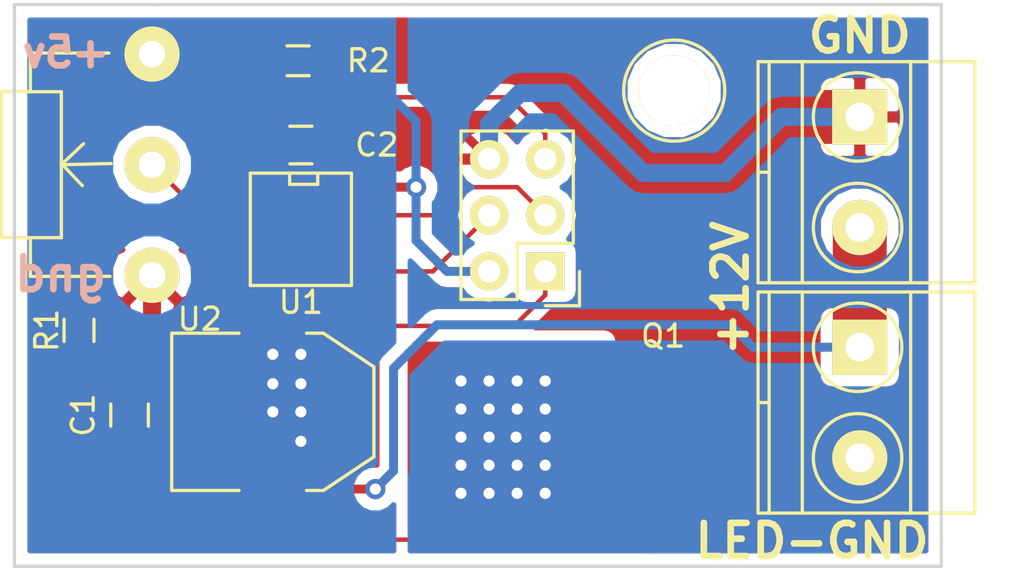
<source format=kicad_pcb>
(kicad_pcb (version 4) (host pcbnew 4.0.1-3.201512161002+6197~38~ubuntu15.10.1-stable)

  (general
    (links 26)
    (no_connects 0)
    (area 177.089999 118.034999 219.150001 143.585001)
    (thickness 1.6)
    (drawings 19)
    (tracks 133)
    (zones 0)
    (modules 12)
    (nets 11)
  )

  (page A4)
  (layers
    (0 F.Cu signal)
    (31 B.Cu signal)
    (32 B.Adhes user)
    (33 F.Adhes user)
    (34 B.Paste user)
    (35 F.Paste user)
    (36 B.SilkS user)
    (37 F.SilkS user)
    (38 B.Mask user)
    (39 F.Mask user)
    (40 Dwgs.User user)
    (41 Cmts.User user)
    (42 Eco1.User user)
    (43 Eco2.User user)
    (44 Edge.Cuts user)
    (45 Margin user)
    (46 B.CrtYd user)
    (47 F.CrtYd user)
    (48 B.Fab user)
    (49 F.Fab user)
  )

  (setup
    (last_trace_width 0.8128)
    (user_trace_width 0.2032)
    (user_trace_width 0.4064)
    (user_trace_width 0.8128)
    (user_trace_width 1.2192)
    (user_trace_width 1.6256)
    (user_trace_width 2.032)
    (user_trace_width 2.4384)
    (trace_clearance 0.2032)
    (zone_clearance 0.508)
    (zone_45_only no)
    (trace_min 0.2032)
    (segment_width 0.2)
    (edge_width 0.15)
    (via_size 0.7366)
    (via_drill 0.3302)
    (via_min_size 0.7366)
    (via_min_drill 0.3302)
    (user_via 0.7366 0.3302)
    (user_via 0.9144 0.508)
    (user_via 1.1684 0.762)
    (user_via 1.4224 1.016)
    (user_via 1.6764 1.27)
    (user_via 1.9304 1.524)
    (uvia_size 0.7366)
    (uvia_drill 0.3302)
    (uvias_allowed no)
    (uvia_min_size 0)
    (uvia_min_drill 0)
    (pcb_text_width 0.3)
    (pcb_text_size 1.5 1.5)
    (mod_edge_width 0.15)
    (mod_text_size 1 1)
    (mod_text_width 0.15)
    (pad_size 3.2 3.2)
    (pad_drill 3.2)
    (pad_to_mask_clearance 0.2)
    (aux_axis_origin 0 0)
    (visible_elements FFFFFFFF)
    (pcbplotparams
      (layerselection 0x010f0_80000001)
      (usegerberextensions true)
      (excludeedgelayer true)
      (linewidth 0.100000)
      (plotframeref false)
      (viasonmask false)
      (mode 1)
      (useauxorigin false)
      (hpglpennumber 1)
      (hpglpenspeed 20)
      (hpglpendiameter 15)
      (hpglpenoverlay 2)
      (psnegative false)
      (psa4output false)
      (plotreference true)
      (plotvalue true)
      (plotinvisibletext false)
      (padsonsilk false)
      (subtractmaskfromsilk false)
      (outputformat 1)
      (mirror false)
      (drillshape 0)
      (scaleselection 1)
      (outputdirectory ../Gerbers/))
  )

  (net 0 "")
  (net 1 +12V)
  (net 2 GND)
  (net 3 +5V)
  (net 4 SCK)
  (net 5 MISO)
  (net 6 MOSI)
  (net 7 "Net-(IC1-Pad3)")
  (net 8 "Net-(IC1-Pad2)")
  (net 9 RST)
  (net 10 "Net-(P1-Pad2)")

  (net_class Default "This is the default net class."
    (clearance 0.2032)
    (trace_width 0.2032)
    (via_dia 0.7366)
    (via_drill 0.3302)
    (uvia_dia 0.7366)
    (uvia_drill 0.3302)
    (add_net +12V)
    (add_net +5V)
    (add_net GND)
    (add_net MISO)
    (add_net MOSI)
    (add_net "Net-(IC1-Pad2)")
    (add_net "Net-(IC1-Pad3)")
    (add_net "Net-(P1-Pad2)")
    (add_net RST)
    (add_net SCK)
  )

  (module Potentiometers:Potentiometer_WirePads (layer F.Cu) (tedit 5675E7BD) (tstamp 5675D636)
    (at 183.388 130.35026 180)
    (descr "Potentiometer, Wire Pads only, RevA, 30 July 2010,")
    (tags "Potentiometer, Wire Pads only, RevA, 30 July 2010,")
    (path /5675CDCE)
    (fp_text reference RV1 (at 2.286 7.92226 180) (layer F.SilkS) hide
      (effects (font (size 1 1) (thickness 0.15)))
    )
    (fp_text value POT (at 3.048 4.93776 270) (layer F.Fab)
      (effects (font (size 1 1) (thickness 0.15)))
    )
    (fp_line (start 5.4991 10.05078) (end 1.95072 10.05078) (layer F.SilkS) (width 0.15))
    (fp_line (start 5.4991 8.30072) (end 5.4991 10.05078) (layer F.SilkS) (width 0.15))
    (fp_line (start 5.4991 1.7018) (end 5.4991 -0.04826) (layer F.SilkS) (width 0.15))
    (fp_line (start 5.4991 -0.04826) (end 1.89992 -0.04826) (layer F.SilkS) (width 0.15))
    (fp_line (start 4.09956 5.00126) (end 1.84912 5.05206) (layer F.SilkS) (width 0.15))
    (fp_line (start 4.09956 5.00126) (end 3.0988 5.95122) (layer F.SilkS) (width 0.15))
    (fp_line (start 4.09956 5.05206) (end 3.1496 4.0513) (layer F.SilkS) (width 0.15))
    (fp_line (start 4.09956 1.7018) (end 6.79958 1.7018) (layer F.SilkS) (width 0.15))
    (fp_line (start 6.79958 1.7018) (end 6.79958 8.30072) (layer F.SilkS) (width 0.15))
    (fp_line (start 6.79958 8.30072) (end 4.09956 8.30072) (layer F.SilkS) (width 0.15))
    (fp_line (start 4.09956 8.30072) (end 4.09956 1.7018) (layer F.SilkS) (width 0.15))
    (pad 2 thru_hole circle (at 0 5.00126 180) (size 2.49936 2.49936) (drill 1.19888) (layers *.Cu *.Mask F.SilkS)
      (net 8 "Net-(IC1-Pad2)"))
    (pad 3 thru_hole circle (at 0 10.00252 180) (size 2.49936 2.49936) (drill 1.19888) (layers *.Cu *.Mask F.SilkS)
      (net 3 +5V))
    (pad 1 thru_hole circle (at 0 0 180) (size 2.49936 2.49936) (drill 1.19888) (layers *.Cu *.Mask F.SilkS)
      (net 2 GND))
  )

  (module SMD_Packages:SOIC-8-N (layer F.Cu) (tedit 5675E8A1) (tstamp 5675C93A)
    (at 190.119 128.27 270)
    (descr "Module Narrow CMS SOJ 8 pins large")
    (tags "CMS SOJ")
    (path /5675C516)
    (attr smd)
    (fp_text reference U1 (at 3.302 0 360) (layer F.SilkS)
      (effects (font (size 1 1) (thickness 0.15)))
    )
    (fp_text value ATTINY85-S (at 0 1.27 270) (layer F.Fab)
      (effects (font (size 1 1) (thickness 0.15)))
    )
    (fp_line (start -2.54 -2.286) (end 2.54 -2.286) (layer F.SilkS) (width 0.15))
    (fp_line (start 2.54 -2.286) (end 2.54 2.286) (layer F.SilkS) (width 0.15))
    (fp_line (start 2.54 2.286) (end -2.54 2.286) (layer F.SilkS) (width 0.15))
    (fp_line (start -2.54 2.286) (end -2.54 -2.286) (layer F.SilkS) (width 0.15))
    (fp_line (start -2.54 -0.762) (end -2.032 -0.762) (layer F.SilkS) (width 0.15))
    (fp_line (start -2.032 -0.762) (end -2.032 0.508) (layer F.SilkS) (width 0.15))
    (fp_line (start -2.032 0.508) (end -2.54 0.508) (layer F.SilkS) (width 0.15))
    (pad 8 smd rect (at -1.905 -3.175 270) (size 0.508 1.143) (layers F.Cu F.Paste F.Mask)
      (net 3 +5V))
    (pad 7 smd rect (at -0.635 -3.175 270) (size 0.508 1.143) (layers F.Cu F.Paste F.Mask)
      (net 4 SCK))
    (pad 6 smd rect (at 0.635 -3.175 270) (size 0.508 1.143) (layers F.Cu F.Paste F.Mask)
      (net 5 MISO))
    (pad 5 smd rect (at 1.905 -3.175 270) (size 0.508 1.143) (layers F.Cu F.Paste F.Mask)
      (net 6 MOSI))
    (pad 4 smd rect (at 1.905 3.175 270) (size 0.508 1.143) (layers F.Cu F.Paste F.Mask)
      (net 2 GND))
    (pad 3 smd rect (at 0.635 3.175 270) (size 0.508 1.143) (layers F.Cu F.Paste F.Mask)
      (net 7 "Net-(IC1-Pad3)"))
    (pad 2 smd rect (at -0.635 3.175 270) (size 0.508 1.143) (layers F.Cu F.Paste F.Mask)
      (net 8 "Net-(IC1-Pad2)"))
    (pad 1 smd rect (at -1.905 3.175 270) (size 0.508 1.143) (layers F.Cu F.Paste F.Mask)
      (net 9 RST))
    (model SMD_Packages.3dshapes/SOIC-8-N.wrl
      (at (xyz 0 0 0))
      (scale (xyz 0.5 0.38 0.5))
      (rotate (xyz 0 0 0))
    )
  )

  (module Capacitors_SMD:C_0805_HandSoldering (layer F.Cu) (tedit 541A9B8D) (tstamp 5675C928)
    (at 182.372 136.672 90)
    (descr "Capacitor SMD 0805, hand soldering")
    (tags "capacitor 0805")
    (path /5675D24C)
    (attr smd)
    (fp_text reference C1 (at 0 -2.1 90) (layer F.SilkS)
      (effects (font (size 1 1) (thickness 0.15)))
    )
    (fp_text value C_Small (at 0 2.1 90) (layer F.Fab)
      (effects (font (size 1 1) (thickness 0.15)))
    )
    (fp_line (start -2.3 -1) (end 2.3 -1) (layer F.CrtYd) (width 0.05))
    (fp_line (start -2.3 1) (end 2.3 1) (layer F.CrtYd) (width 0.05))
    (fp_line (start -2.3 -1) (end -2.3 1) (layer F.CrtYd) (width 0.05))
    (fp_line (start 2.3 -1) (end 2.3 1) (layer F.CrtYd) (width 0.05))
    (fp_line (start 0.5 -0.85) (end -0.5 -0.85) (layer F.SilkS) (width 0.15))
    (fp_line (start -0.5 0.85) (end 0.5 0.85) (layer F.SilkS) (width 0.15))
    (pad 1 smd rect (at -1.25 0 90) (size 1.5 1.25) (layers F.Cu F.Paste F.Mask)
      (net 1 +12V))
    (pad 2 smd rect (at 1.25 0 90) (size 1.5 1.25) (layers F.Cu F.Paste F.Mask)
      (net 2 GND))
    (model Capacitors_SMD.3dshapes/C_0805_HandSoldering.wrl
      (at (xyz 0 0 0))
      (scale (xyz 1 1 1))
      (rotate (xyz 0 0 0))
    )
  )

  (module Capacitors_SMD:C_0805_HandSoldering (layer F.Cu) (tedit 541A9B8D) (tstamp 5675C92E)
    (at 190.119 124.46 180)
    (descr "Capacitor SMD 0805, hand soldering")
    (tags "capacitor 0805")
    (path /5675D2A5)
    (attr smd)
    (fp_text reference C2 (at -3.429 0 180) (layer F.SilkS)
      (effects (font (size 1 1) (thickness 0.15)))
    )
    (fp_text value C_Small (at 0 2.1 180) (layer F.Fab)
      (effects (font (size 1 1) (thickness 0.15)))
    )
    (fp_line (start -2.3 -1) (end 2.3 -1) (layer F.CrtYd) (width 0.05))
    (fp_line (start -2.3 1) (end 2.3 1) (layer F.CrtYd) (width 0.05))
    (fp_line (start -2.3 -1) (end -2.3 1) (layer F.CrtYd) (width 0.05))
    (fp_line (start 2.3 -1) (end 2.3 1) (layer F.CrtYd) (width 0.05))
    (fp_line (start 0.5 -0.85) (end -0.5 -0.85) (layer F.SilkS) (width 0.15))
    (fp_line (start -0.5 0.85) (end 0.5 0.85) (layer F.SilkS) (width 0.15))
    (pad 1 smd rect (at -1.25 0 180) (size 1.5 1.25) (layers F.Cu F.Paste F.Mask)
      (net 3 +5V))
    (pad 2 smd rect (at 1.25 0 180) (size 1.5 1.25) (layers F.Cu F.Paste F.Mask)
      (net 2 GND))
    (model Capacitors_SMD.3dshapes/C_0805_HandSoldering.wrl
      (at (xyz 0 0 0))
      (scale (xyz 1 1 1))
      (rotate (xyz 0 0 0))
    )
  )

  (module Terminal_Blocks:TerminalBlock_Pheonix_MKDS1.5-2pol (layer F.Cu) (tedit 5675E857) (tstamp 5675C940)
    (at 215.392 133.604 270)
    (descr "2-way 5mm pitch terminal block, Phoenix MKDS series")
    (path /5675CB43)
    (fp_text reference P1 (at 2.5 5.842 270) (layer F.SilkS) hide
      (effects (font (size 1 1) (thickness 0.15)))
    )
    (fp_text value CONN_01X02 (at 2.5 -6.6 270) (layer F.Fab)
      (effects (font (size 1 1) (thickness 0.15)))
    )
    (fp_line (start -2.7 -5.4) (end 7.7 -5.4) (layer F.CrtYd) (width 0.05))
    (fp_line (start -2.7 4.8) (end -2.7 -5.4) (layer F.CrtYd) (width 0.05))
    (fp_line (start 7.7 4.8) (end -2.7 4.8) (layer F.CrtYd) (width 0.05))
    (fp_line (start 7.7 -5.4) (end 7.7 4.8) (layer F.CrtYd) (width 0.05))
    (fp_line (start 2.5 4.1) (end 2.5 4.6) (layer F.SilkS) (width 0.15))
    (fp_circle (center 5 0.1) (end 3 0.1) (layer F.SilkS) (width 0.15))
    (fp_circle (center 0 0.1) (end 2 0.1) (layer F.SilkS) (width 0.15))
    (fp_line (start -2.5 2.6) (end 7.5 2.6) (layer F.SilkS) (width 0.15))
    (fp_line (start -2.5 -2.3) (end 7.5 -2.3) (layer F.SilkS) (width 0.15))
    (fp_line (start -2.5 4.1) (end 7.5 4.1) (layer F.SilkS) (width 0.15))
    (fp_line (start -2.5 4.6) (end 7.5 4.6) (layer F.SilkS) (width 0.15))
    (fp_line (start 7.5 4.6) (end 7.5 -5.2) (layer F.SilkS) (width 0.15))
    (fp_line (start 7.5 -5.2) (end -2.5 -5.2) (layer F.SilkS) (width 0.15))
    (fp_line (start -2.5 -5.2) (end -2.5 4.6) (layer F.SilkS) (width 0.15))
    (pad 1 thru_hole rect (at 0 0 270) (size 2.5 2.5) (drill 1.3) (layers *.Cu *.Mask F.SilkS)
      (net 1 +12V))
    (pad 2 thru_hole circle (at 5 0 270) (size 2.5 2.5) (drill 1.3) (layers *.Cu *.Mask F.SilkS)
      (net 10 "Net-(P1-Pad2)"))
    (model Terminal_Blocks.3dshapes/TerminalBlock_Pheonix_MKDS1.5-2pol.wrl
      (at (xyz 0.0984 0 0))
      (scale (xyz 1 1 1))
      (rotate (xyz 0 0 0))
    )
  )

  (module Terminal_Blocks:TerminalBlock_Pheonix_MKDS1.5-2pol (layer F.Cu) (tedit 5675E854) (tstamp 5675C946)
    (at 215.392 123.19 270)
    (descr "2-way 5mm pitch terminal block, Phoenix MKDS series")
    (path /5675CB7D)
    (fp_text reference P2 (at 2.5 5.588 270) (layer F.SilkS) hide
      (effects (font (size 1 1) (thickness 0.15)))
    )
    (fp_text value CONN_01X02 (at 2.5 -6.6 270) (layer F.Fab)
      (effects (font (size 1 1) (thickness 0.15)))
    )
    (fp_line (start -2.7 -5.4) (end 7.7 -5.4) (layer F.CrtYd) (width 0.05))
    (fp_line (start -2.7 4.8) (end -2.7 -5.4) (layer F.CrtYd) (width 0.05))
    (fp_line (start 7.7 4.8) (end -2.7 4.8) (layer F.CrtYd) (width 0.05))
    (fp_line (start 7.7 -5.4) (end 7.7 4.8) (layer F.CrtYd) (width 0.05))
    (fp_line (start 2.5 4.1) (end 2.5 4.6) (layer F.SilkS) (width 0.15))
    (fp_circle (center 5 0.1) (end 3 0.1) (layer F.SilkS) (width 0.15))
    (fp_circle (center 0 0.1) (end 2 0.1) (layer F.SilkS) (width 0.15))
    (fp_line (start -2.5 2.6) (end 7.5 2.6) (layer F.SilkS) (width 0.15))
    (fp_line (start -2.5 -2.3) (end 7.5 -2.3) (layer F.SilkS) (width 0.15))
    (fp_line (start -2.5 4.1) (end 7.5 4.1) (layer F.SilkS) (width 0.15))
    (fp_line (start -2.5 4.6) (end 7.5 4.6) (layer F.SilkS) (width 0.15))
    (fp_line (start 7.5 4.6) (end 7.5 -5.2) (layer F.SilkS) (width 0.15))
    (fp_line (start 7.5 -5.2) (end -2.5 -5.2) (layer F.SilkS) (width 0.15))
    (fp_line (start -2.5 -5.2) (end -2.5 4.6) (layer F.SilkS) (width 0.15))
    (pad 1 thru_hole rect (at 0 0 270) (size 2.5 2.5) (drill 1.3) (layers *.Cu *.Mask F.SilkS)
      (net 2 GND))
    (pad 2 thru_hole circle (at 5 0 270) (size 2.5 2.5) (drill 1.3) (layers *.Cu *.Mask F.SilkS)
      (net 1 +12V))
    (model Terminal_Blocks.3dshapes/TerminalBlock_Pheonix_MKDS1.5-2pol.wrl
      (at (xyz 0.0984 0 0))
      (scale (xyz 1 1 1))
      (rotate (xyz 0 0 0))
    )
  )

  (module Pin_Headers:Pin_Header_Straight_2x03 (layer F.Cu) (tedit 5675E925) (tstamp 5675C950)
    (at 201.168 130.175 180)
    (descr "Through hole pin header")
    (tags "pin header")
    (path /5675D6C4)
    (fp_text reference P3 (at -2.54 2.413 270) (layer F.SilkS) hide
      (effects (font (size 1 1) (thickness 0.15)))
    )
    (fp_text value CONN_02X03 (at 0 -3.1 180) (layer F.Fab)
      (effects (font (size 1 1) (thickness 0.15)))
    )
    (fp_line (start -1.27 1.27) (end -1.27 6.35) (layer F.SilkS) (width 0.15))
    (fp_line (start -1.55 -1.55) (end 0 -1.55) (layer F.SilkS) (width 0.15))
    (fp_line (start -1.75 -1.75) (end -1.75 6.85) (layer F.CrtYd) (width 0.05))
    (fp_line (start 4.3 -1.75) (end 4.3 6.85) (layer F.CrtYd) (width 0.05))
    (fp_line (start -1.75 -1.75) (end 4.3 -1.75) (layer F.CrtYd) (width 0.05))
    (fp_line (start -1.75 6.85) (end 4.3 6.85) (layer F.CrtYd) (width 0.05))
    (fp_line (start 1.27 -1.27) (end 1.27 1.27) (layer F.SilkS) (width 0.15))
    (fp_line (start 1.27 1.27) (end -1.27 1.27) (layer F.SilkS) (width 0.15))
    (fp_line (start -1.27 6.35) (end 3.81 6.35) (layer F.SilkS) (width 0.15))
    (fp_line (start 3.81 6.35) (end 3.81 1.27) (layer F.SilkS) (width 0.15))
    (fp_line (start -1.55 -1.55) (end -1.55 0) (layer F.SilkS) (width 0.15))
    (fp_line (start 3.81 -1.27) (end 1.27 -1.27) (layer F.SilkS) (width 0.15))
    (fp_line (start 3.81 1.27) (end 3.81 -1.27) (layer F.SilkS) (width 0.15))
    (pad 1 thru_hole rect (at 0 0 180) (size 1.7272 1.7272) (drill 1.016) (layers *.Cu *.Mask F.SilkS)
      (net 5 MISO))
    (pad 2 thru_hole oval (at 2.54 0 180) (size 1.7272 1.7272) (drill 1.016) (layers *.Cu *.Mask F.SilkS)
      (net 3 +5V))
    (pad 3 thru_hole oval (at 0 2.54 180) (size 1.7272 1.7272) (drill 1.016) (layers *.Cu *.Mask F.SilkS)
      (net 4 SCK))
    (pad 4 thru_hole oval (at 2.54 2.54 180) (size 1.7272 1.7272) (drill 1.016) (layers *.Cu *.Mask F.SilkS)
      (net 6 MOSI))
    (pad 5 thru_hole oval (at 0 5.08 180) (size 1.7272 1.7272) (drill 1.016) (layers *.Cu *.Mask F.SilkS)
      (net 9 RST))
    (pad 6 thru_hole oval (at 2.54 5.08 180) (size 1.7272 1.7272) (drill 1.016) (layers *.Cu *.Mask F.SilkS)
      (net 2 GND))
    (model Pin_Headers.3dshapes/Pin_Header_Straight_2x03.wrl
      (at (xyz 0.05 -0.1 0))
      (scale (xyz 1 1 1))
      (rotate (xyz 0 0 90))
    )
  )

  (module Resistors_SMD:R_0603_HandSoldering (layer F.Cu) (tedit 5418A00F) (tstamp 5675C95D)
    (at 180.086 132.842 270)
    (descr "Resistor SMD 0603, hand soldering")
    (tags "resistor 0603")
    (path /5675D58A)
    (attr smd)
    (fp_text reference R1 (at 0 1.4605 450) (layer F.SilkS)
      (effects (font (size 1 1) (thickness 0.15)))
    )
    (fp_text value 1k (at 0.3175 2.0955 270) (layer F.Fab)
      (effects (font (size 1 1) (thickness 0.15)))
    )
    (fp_line (start -2 -0.8) (end 2 -0.8) (layer F.CrtYd) (width 0.05))
    (fp_line (start -2 0.8) (end 2 0.8) (layer F.CrtYd) (width 0.05))
    (fp_line (start -2 -0.8) (end -2 0.8) (layer F.CrtYd) (width 0.05))
    (fp_line (start 2 -0.8) (end 2 0.8) (layer F.CrtYd) (width 0.05))
    (fp_line (start 0.5 0.675) (end -0.5 0.675) (layer F.SilkS) (width 0.15))
    (fp_line (start -0.5 -0.675) (end 0.5 -0.675) (layer F.SilkS) (width 0.15))
    (pad 1 smd rect (at -1.1 0 270) (size 1.2 0.9) (layers F.Cu F.Paste F.Mask)
      (net 7 "Net-(IC1-Pad3)"))
    (pad 2 smd rect (at 1.1 0 270) (size 1.2 0.9) (layers F.Cu F.Paste F.Mask)
      (net 2 GND))
    (model Resistors_SMD.3dshapes/R_0603_HandSoldering.wrl
      (at (xyz 0 0 0))
      (scale (xyz 1 1 1))
      (rotate (xyz 0 0 0))
    )
  )

  (module Resistors_SMD:R_0603_HandSoldering (layer F.Cu) (tedit 5418A00F) (tstamp 5675C963)
    (at 189.992 120.65 180)
    (descr "Resistor SMD 0603, hand soldering")
    (tags "resistor 0603")
    (path /5675DCBA)
    (attr smd)
    (fp_text reference R2 (at -3.175 0 180) (layer F.SilkS)
      (effects (font (size 1 1) (thickness 0.15)))
    )
    (fp_text value 1k (at 0 1.9 180) (layer F.Fab)
      (effects (font (size 1 1) (thickness 0.15)))
    )
    (fp_line (start -2 -0.8) (end 2 -0.8) (layer F.CrtYd) (width 0.05))
    (fp_line (start -2 0.8) (end 2 0.8) (layer F.CrtYd) (width 0.05))
    (fp_line (start -2 -0.8) (end -2 0.8) (layer F.CrtYd) (width 0.05))
    (fp_line (start 2 -0.8) (end 2 0.8) (layer F.CrtYd) (width 0.05))
    (fp_line (start 0.5 0.675) (end -0.5 0.675) (layer F.SilkS) (width 0.15))
    (fp_line (start -0.5 -0.675) (end 0.5 -0.675) (layer F.SilkS) (width 0.15))
    (pad 1 smd rect (at -1.1 0 180) (size 1.2 0.9) (layers F.Cu F.Paste F.Mask)
      (net 9 RST))
    (pad 2 smd rect (at 1.1 0 180) (size 1.2 0.9) (layers F.Cu F.Paste F.Mask)
      (net 3 +5V))
    (model Resistors_SMD.3dshapes/R_0603_HandSoldering.wrl
      (at (xyz 0 0 0))
      (scale (xyz 1 1 1))
      (rotate (xyz 0 0 0))
    )
  )

  (module Diodes_SMD:D-Pak_TO252AA (layer F.Cu) (tedit 552FE2A5) (tstamp 5675CA31)
    (at 202.184 137.668 90)
    (descr "D-Pak, TO252AA, Diode")
    (tags "D-Pak TO252AA Diode")
    (path /5675F6E7)
    (attr smd)
    (fp_text reference Q1 (at 4.572 4.318 180) (layer F.SilkS)
      (effects (font (size 1 1) (thickness 0.15)))
    )
    (fp_text value Q_NMOS_GDSD (at 0 8.1 90) (layer F.Fab)
      (effects (font (size 1 1) (thickness 0.15)))
    )
    (fp_line (start -3.65 -5.95) (end 3.65 -5.95) (layer F.CrtYd) (width 0.05))
    (fp_line (start 3.65 -5.95) (end 3.65 5.95) (layer F.CrtYd) (width 0.05))
    (fp_line (start 3.65 5.95) (end -3.65 5.95) (layer F.CrtYd) (width 0.05))
    (fp_line (start -3.65 5.95) (end -3.65 -5.95) (layer F.CrtYd) (width 0.05))
    (pad 3 smd rect (at 2.18 4.3 90) (size 1.55 2.78) (layers F.Cu F.Paste F.Mask)
      (net 2 GND))
    (pad 4 smd rect (at 0 -2.335 90) (size 6.74 6.73) (layers F.Cu F.Paste F.Mask)
      (net 10 "Net-(P1-Pad2)"))
    (pad 1 smd rect (at -2.18 4.3 90) (size 1.55 2.78) (layers F.Cu F.Paste F.Mask)
      (net 7 "Net-(IC1-Pad3)"))
    (model Diodes_SMD.3dshapes/D-Pak_TO252AA.wrl
      (at (xyz 0 0 0))
      (scale (xyz 0.3937 0.3937 0.3937))
      (rotate (xyz 0 0 0))
    )
  )

  (module TO_SOT_Packages_SMD:SOT-223 (layer F.Cu) (tedit 5675E8A8) (tstamp 5675D861)
    (at 188.849 136.525 270)
    (descr "module CMS SOT223 4 pins")
    (tags "CMS SOT")
    (path /567604B5)
    (attr smd)
    (fp_text reference U2 (at -4.191 3.302 360) (layer F.SilkS)
      (effects (font (size 1 1) (thickness 0.15)))
    )
    (fp_text value AP1117D50 (at 0 0.762 270) (layer F.Fab)
      (effects (font (size 1 1) (thickness 0.15)))
    )
    (fp_line (start -3.556 1.524) (end -3.556 4.572) (layer F.SilkS) (width 0.15))
    (fp_line (start -3.556 4.572) (end 3.556 4.572) (layer F.SilkS) (width 0.15))
    (fp_line (start 3.556 4.572) (end 3.556 1.524) (layer F.SilkS) (width 0.15))
    (fp_line (start -3.556 -1.524) (end -3.556 -2.286) (layer F.SilkS) (width 0.15))
    (fp_line (start -3.556 -2.286) (end -2.032 -4.572) (layer F.SilkS) (width 0.15))
    (fp_line (start -2.032 -4.572) (end 2.032 -4.572) (layer F.SilkS) (width 0.15))
    (fp_line (start 2.032 -4.572) (end 3.556 -2.286) (layer F.SilkS) (width 0.15))
    (fp_line (start 3.556 -2.286) (end 3.556 -1.524) (layer F.SilkS) (width 0.15))
    (pad 4 smd rect (at 0 -3.302 270) (size 3.6576 2.032) (layers F.Cu F.Paste F.Mask)
      (net 3 +5V))
    (pad 2 smd rect (at 0 3.302 270) (size 1.016 2.032) (layers F.Cu F.Paste F.Mask)
      (net 3 +5V))
    (pad 3 smd rect (at 2.286 3.302 270) (size 1.016 2.032) (layers F.Cu F.Paste F.Mask)
      (net 1 +12V))
    (pad 1 smd rect (at -2.286 3.302 270) (size 1.016 2.032) (layers F.Cu F.Paste F.Mask)
      (net 2 GND))
    (model TO_SOT_Packages_SMD.3dshapes/SOT-223.wrl
      (at (xyz 0 0 0))
      (scale (xyz 0.4 0.4 0.4))
      (rotate (xyz 0 0 0))
    )
  )

  (module Connect:1pin (layer F.Cu) (tedit 5675E850) (tstamp 5675E30E)
    (at 207 122)
    (descr "module 1 pin (ou trou mecanique de percage)")
    (tags DEV)
    (fp_text reference REF** (at 0 -3.048) (layer F.SilkS) hide
      (effects (font (size 1 1) (thickness 0.15)))
    )
    (fp_text value 1pin (at 0 2.794) (layer F.Fab)
      (effects (font (size 1 1) (thickness 0.15)))
    )
    (fp_circle (center 0 0) (end 0 -2.286) (layer F.SilkS) (width 0.15))
    (pad 1 thru_hole circle (at 0 0) (size 3.2 3.2) (drill 3.2) (layers *.Cu *.Mask F.SilkS))
  )

  (gr_text LED-GND (at 213.233 142.367) (layer F.SilkS)
    (effects (font (size 1.5 1.5) (thickness 0.3)))
  )
  (gr_text GND (at 215.392 119.507) (layer F.SilkS)
    (effects (font (size 1.5 1.5) (thickness 0.3)))
  )
  (gr_text +12V (at 209.55 130.937 90) (layer F.SilkS)
    (effects (font (size 1.5 1.5) (thickness 0.3)))
  )
  (gr_text gnd (at 181.483 130.302) (layer B.SilkS)
    (effects (font (size 1.5 1.5) (thickness 0.3)) (justify left mirror))
  )
  (gr_text +5v (at 181.61 120.269) (layer B.SilkS)
    (effects (font (size 1.3 1.3) (thickness 0.3)) (justify left mirror))
  )
  (gr_line (start 177.165 118.11) (end 183.515 118.11) (layer Edge.Cuts) (width 0.15))
  (gr_line (start 177.165 125.73) (end 177.165 118.11) (layer Edge.Cuts) (width 0.15))
  (gr_line (start 177.165 133.985) (end 177.165 125.73) (layer Edge.Cuts) (width 0.15))
  (gr_line (start 177.165 143.51) (end 177.165 133.985) (layer Edge.Cuts) (width 0.15))
  (gr_line (start 178.435 143.51) (end 177.165 143.51) (layer Edge.Cuts) (width 0.15))
  (gr_line (start 184.15 143.51) (end 178.435 143.51) (layer Edge.Cuts) (width 0.15))
  (gr_line (start 194.945 143.51) (end 184.15 143.51) (layer Edge.Cuts) (width 0.15))
  (gr_line (start 219.075 143.51) (end 194.945 143.51) (layer Edge.Cuts) (width 0.15))
  (gr_line (start 219.075 142.875) (end 219.075 143.51) (layer Edge.Cuts) (width 0.15))
  (gr_line (start 219.075 142.24) (end 219.075 142.875) (layer Edge.Cuts) (width 0.15))
  (gr_line (start 219.075 118.11) (end 219.075 142.24) (layer Edge.Cuts) (width 0.15))
  (gr_line (start 218.44 118.11) (end 219.075 118.11) (layer Edge.Cuts) (width 0.15))
  (gr_line (start 194.945 118.11) (end 218.44 118.11) (layer Edge.Cuts) (width 0.15))
  (gr_line (start 183.515 118.11) (end 194.945 118.11) (layer Edge.Cuts) (width 0.15))

  (segment (start 193.4845 140.0175) (end 194.31 139.192) (width 0.4064) (layer B.Cu) (net 1))
  (segment (start 194.31 134.5565) (end 196.2785 132.588) (width 0.4064) (layer B.Cu) (net 1))
  (segment (start 194.31 139.192) (end 194.31 134.5565) (width 0.4064) (layer B.Cu) (net 1))
  (segment (start 196.2785 132.588) (end 209.55 132.588) (width 0.4064) (layer B.Cu) (net 1))
  (segment (start 209.55 132.588) (end 210.566 133.604) (width 0.4064) (layer B.Cu) (net 1))
  (segment (start 210.566 133.604) (end 215.392 133.604) (width 0.4064) (layer B.Cu) (net 1))
  (segment (start 193.4845 140.0175) (end 189.484 140.0175) (width 0.4064) (layer F.Cu) (net 1))
  (segment (start 189.484 140.0175) (end 188.2775 138.811) (width 0.4064) (layer F.Cu) (net 1))
  (segment (start 188.2775 138.811) (end 185.547 138.811) (width 0.4064) (layer F.Cu) (net 1))
  (via (at 193.4845 140.0175) (size 0.9144) (drill 0.508) (layers F.Cu B.Cu) (net 1))
  (segment (start 215.392 133.604) (end 215.392 128.19) (width 2.4384) (layer F.Cu) (net 1))
  (segment (start 185.547 138.811) (end 183.261 138.811) (width 0.8128) (layer F.Cu) (net 1))
  (segment (start 183.261 138.811) (end 182.372 137.922) (width 0.8128) (layer F.Cu) (net 1))
  (segment (start 209.296 125.73) (end 211.836 123.19) (width 0.8128) (layer B.Cu) (net 2))
  (segment (start 211.836 123.19) (end 215.392 123.19) (width 0.8128) (layer B.Cu) (net 2))
  (segment (start 205.613 125.73) (end 209.296 125.73) (width 0.8128) (layer B.Cu) (net 2))
  (segment (start 201.9935 122.1105) (end 205.613 125.73) (width 0.8128) (layer B.Cu) (net 2))
  (segment (start 200.025 122.1105) (end 201.9935 122.1105) (width 0.8128) (layer B.Cu) (net 2))
  (segment (start 198.628 123.5075) (end 200.025 122.1105) (width 0.8128) (layer B.Cu) (net 2))
  (segment (start 198.628 125.095) (end 198.628 123.5075) (width 0.8128) (layer B.Cu) (net 2))
  (segment (start 206.484 134.511) (end 206.484 128.4096) (width 2.4384) (layer F.Cu) (net 2))
  (segment (start 206.484 128.4096) (end 211.7036 123.19) (width 2.4384) (layer F.Cu) (net 2))
  (segment (start 211.7036 123.19) (end 215.392 123.19) (width 2.4384) (layer F.Cu) (net 2))
  (segment (start 180.086 133.942) (end 180.086 134.7452) (width 0.2032) (layer F.Cu) (net 2))
  (segment (start 180.086 134.7452) (end 180.7628 135.422) (width 0.2032) (layer F.Cu) (net 2))
  (segment (start 180.7628 135.422) (end 181.5438 135.422) (width 0.2032) (layer F.Cu) (net 2))
  (segment (start 181.5438 135.422) (end 182.372 135.422) (width 0.2032) (layer F.Cu) (net 2))
  (segment (start 206.484 135.488) (end 206.484 134.511) (width 1.6256) (layer F.Cu) (net 2))
  (segment (start 188.869 129.393) (end 185.547 132.715) (width 0.4064) (layer F.Cu) (net 2))
  (segment (start 185.547 132.715) (end 185.547 134.239) (width 0.4064) (layer F.Cu) (net 2))
  (segment (start 183.388 130.35026) (end 183.388 134.072) (width 0.8128) (layer F.Cu) (net 2))
  (segment (start 183.388 134.072) (end 183.555 134.239) (width 0.8128) (layer F.Cu) (net 2))
  (segment (start 185.547 134.239) (end 183.555 134.239) (width 0.8128) (layer F.Cu) (net 2))
  (segment (start 183.555 134.239) (end 182.372 135.422) (width 0.8128) (layer F.Cu) (net 2))
  (segment (start 189.103 122.936) (end 196.469 122.936) (width 0.4064) (layer F.Cu) (net 2))
  (segment (start 196.469 122.936) (end 198.628 125.095) (width 0.4064) (layer F.Cu) (net 2))
  (segment (start 188.869 123.17) (end 189.103 122.936) (width 0.4064) (layer F.Cu) (net 2))
  (segment (start 188.869 124.46) (end 188.869 123.17) (width 0.4064) (layer F.Cu) (net 2))
  (segment (start 186.944 130.175) (end 188.087 130.175) (width 0.4064) (layer F.Cu) (net 2))
  (segment (start 188.087 130.175) (end 188.869 129.393) (width 0.4064) (layer F.Cu) (net 2))
  (segment (start 188.869 129.393) (end 188.869 124.46) (width 0.4064) (layer F.Cu) (net 2))
  (segment (start 195.326 126.365) (end 195.326 123.3805) (width 0.4064) (layer B.Cu) (net 3))
  (segment (start 195.326 123.3805) (end 192.29324 120.34774) (width 0.4064) (layer B.Cu) (net 3))
  (segment (start 192.29324 120.34774) (end 183.388 120.34774) (width 0.4064) (layer B.Cu) (net 3))
  (segment (start 190.119 136.525) (end 190.119 137.8585) (width 0.4064) (layer F.Cu) (net 3))
  (via (at 190.119 137.8585) (size 0.9144) (drill 0.508) (layers F.Cu B.Cu) (net 3))
  (segment (start 190.119 133.858) (end 190.119 135.128) (width 0.4064) (layer B.Cu) (net 3))
  (via (at 190.119 135.255) (size 0.9144) (drill 0.508) (layers F.Cu B.Cu) (net 3))
  (segment (start 188.849 133.858) (end 190.119 133.858) (width 0.4064) (layer F.Cu) (net 3))
  (via (at 190.119 133.9215) (size 0.9144) (drill 0.508) (layers F.Cu B.Cu) (net 3))
  (segment (start 188.849 135.128) (end 188.849 133.858) (width 0.4064) (layer B.Cu) (net 3))
  (via (at 188.849 133.9215) (size 0.9144) (drill 0.508) (layers F.Cu B.Cu) (net 3))
  (segment (start 188.849 136.525) (end 188.849 135.128) (width 0.4064) (layer F.Cu) (net 3))
  (via (at 188.849 135.255) (size 0.9144) (drill 0.508) (layers F.Cu B.Cu) (net 3))
  (segment (start 188.849 136.525) (end 190.119 136.525) (width 0.8128) (layer F.Cu) (net 3))
  (segment (start 185.547 136.525) (end 188.849 136.525) (width 0.8128) (layer F.Cu) (net 3))
  (via (at 188.849 136.525) (size 0.9144) (drill 0.508) (layers F.Cu B.Cu) (net 3))
  (segment (start 190.119 136.525) (end 192.151 136.525) (width 0.8128) (layer F.Cu) (net 3))
  (via (at 190.119 136.525) (size 0.9144) (drill 0.508) (layers F.Cu B.Cu) (net 3))
  (segment (start 188.892 120.65) (end 183.69026 120.65) (width 0.2032) (layer F.Cu) (net 3))
  (segment (start 183.69026 120.65) (end 183.388 120.34774) (width 0.2032) (layer F.Cu) (net 3))
  (segment (start 192.151 136.525) (end 192.151 134.2898) (width 0.4064) (layer F.Cu) (net 3))
  (segment (start 192.151 134.2898) (end 191.369 133.5078) (width 0.4064) (layer F.Cu) (net 3))
  (segment (start 191.369 133.5078) (end 191.369 125.4914) (width 0.4064) (layer F.Cu) (net 3))
  (segment (start 191.369 124.46) (end 191.369 125.4914) (width 0.4064) (layer F.Cu) (net 3))
  (segment (start 191.369 124.46) (end 192.913 124.46) (width 0.4064) (layer F.Cu) (net 3))
  (segment (start 192.913 124.46) (end 193.294 124.841) (width 0.4064) (layer F.Cu) (net 3))
  (segment (start 193.294 124.841) (end 193.294 126.365) (width 0.4064) (layer F.Cu) (net 3))
  (segment (start 195.326 126.365) (end 195.326 128.778) (width 0.4064) (layer B.Cu) (net 3))
  (segment (start 195.326 128.778) (end 196.723 130.175) (width 0.4064) (layer B.Cu) (net 3))
  (segment (start 196.723 130.175) (end 198.628 130.175) (width 0.4064) (layer B.Cu) (net 3))
  (segment (start 193.294 126.365) (end 195.326 126.365) (width 0.4064) (layer F.Cu) (net 3))
  (via (at 195.326 126.365) (size 0.9144) (drill 0.508) (layers F.Cu B.Cu) (net 3))
  (segment (start 197.739 126.365) (end 196.469 127.635) (width 0.2032) (layer F.Cu) (net 4))
  (segment (start 196.469 127.635) (end 193.294 127.635) (width 0.2032) (layer F.Cu) (net 4))
  (segment (start 199.898 126.365) (end 197.739 126.365) (width 0.2032) (layer F.Cu) (net 4))
  (segment (start 201.168 127.635) (end 199.898 126.365) (width 0.2032) (layer F.Cu) (net 4))
  (segment (start 201.168 130.175) (end 201.168 131.2418) (width 0.2032) (layer F.Cu) (net 5))
  (segment (start 201.168 131.2418) (end 199.771 132.6388) (width 0.2032) (layer F.Cu) (net 5))
  (segment (start 199.771 132.6388) (end 192.4558 132.6388) (width 0.2032) (layer F.Cu) (net 5))
  (segment (start 192.4558 132.6388) (end 192.024 132.207) (width 0.2032) (layer F.Cu) (net 5))
  (segment (start 192.024 132.207) (end 192.024 129.4003) (width 0.2032) (layer F.Cu) (net 5))
  (segment (start 192.024 129.4003) (end 192.5193 128.905) (width 0.2032) (layer F.Cu) (net 5))
  (segment (start 192.5193 128.905) (end 193.294 128.905) (width 0.2032) (layer F.Cu) (net 5))
  (segment (start 193.294 130.175) (end 196.088 130.175) (width 0.2032) (layer F.Cu) (net 6))
  (segment (start 196.088 130.175) (end 198.628 127.635) (width 0.2032) (layer F.Cu) (net 6))
  (segment (start 180.086 131.742) (end 179.4328 131.742) (width 0.2032) (layer F.Cu) (net 7))
  (segment (start 179.4328 131.742) (end 178.689 132.4858) (width 0.2032) (layer F.Cu) (net 7))
  (segment (start 178.689 132.4858) (end 178.689 137.0965) (width 0.2032) (layer F.Cu) (net 7))
  (segment (start 178.689 137.0965) (end 183.896 142.3035) (width 0.2032) (layer F.Cu) (net 7))
  (segment (start 183.896 142.3035) (end 205.232 142.3035) (width 0.2032) (layer F.Cu) (net 7))
  (segment (start 205.232 142.3035) (end 206.484 141.0515) (width 0.2032) (layer F.Cu) (net 7))
  (segment (start 206.484 141.0515) (end 206.484 139.848) (width 0.2032) (layer F.Cu) (net 7))
  (segment (start 186.944 128.905) (end 186.1693 128.905) (width 0.2032) (layer F.Cu) (net 7))
  (segment (start 186.1693 128.905) (end 185.5978 128.3335) (width 0.2032) (layer F.Cu) (net 7))
  (segment (start 185.5978 128.3335) (end 181.6735 128.3335) (width 0.2032) (layer F.Cu) (net 7))
  (segment (start 181.6735 128.3335) (end 180.086 129.921) (width 0.2032) (layer F.Cu) (net 7))
  (segment (start 180.086 129.921) (end 180.086 131.742) (width 0.2032) (layer F.Cu) (net 7))
  (segment (start 186.944 127.635) (end 185.674 127.635) (width 0.2032) (layer F.Cu) (net 8))
  (segment (start 185.674 127.635) (end 183.388 125.349) (width 0.2032) (layer F.Cu) (net 8))
  (segment (start 188.468 122.301) (end 191.77 122.301) (width 0.2032) (layer F.Cu) (net 9))
  (segment (start 191.77 122.301) (end 199.517 122.301) (width 0.2032) (layer F.Cu) (net 9))
  (segment (start 191.77 121.9812) (end 191.77 122.301) (width 0.2032) (layer F.Cu) (net 9))
  (segment (start 191.092 120.65) (end 191.092 121.3032) (width 0.2032) (layer F.Cu) (net 9))
  (segment (start 191.092 121.3032) (end 191.77 121.9812) (width 0.2032) (layer F.Cu) (net 9))
  (segment (start 186.944 126.365) (end 186.944 123.825) (width 0.2032) (layer F.Cu) (net 9))
  (segment (start 186.944 123.825) (end 188.468 122.301) (width 0.2032) (layer F.Cu) (net 9))
  (segment (start 199.517 122.301) (end 201.168 123.952) (width 0.2032) (layer F.Cu) (net 9))
  (segment (start 201.168 123.952) (end 201.168 125.095) (width 0.2032) (layer F.Cu) (net 9))
  (segment (start 215.392 138.604) (end 213.624234 138.604) (width 2.032) (layer F.Cu) (net 10))
  (segment (start 213.624234 138.604) (end 212.688234 137.668) (width 2.032) (layer F.Cu) (net 10))
  (segment (start 212.688234 137.668) (end 209.216 137.668) (width 2.032) (layer F.Cu) (net 10))
  (via (at 199.849 137.668) (size 0.9144) (drill 0.508) (layers F.Cu B.Cu) (net 10))
  (via (at 201.168 140.208) (size 0.9144) (drill 0.508) (layers F.Cu B.Cu) (net 10))
  (via (at 201.168 138.938) (size 0.9144) (drill 0.508) (layers F.Cu B.Cu) (net 10))
  (via (at 201.168 137.668) (size 0.9144) (drill 0.508) (layers F.Cu B.Cu) (net 10))
  (via (at 201.168 136.398) (size 0.9144) (drill 0.508) (layers F.Cu B.Cu) (net 10))
  (via (at 201.168 135.128) (size 0.9144) (drill 0.508) (layers F.Cu B.Cu) (net 10))
  (via (at 199.898 140.208) (size 0.9144) (drill 0.508) (layers F.Cu B.Cu) (net 10))
  (via (at 199.898 138.938) (size 0.9144) (drill 0.508) (layers F.Cu B.Cu) (net 10))
  (via (at 199.898 136.398) (size 0.9144) (drill 0.508) (layers F.Cu B.Cu) (net 10))
  (via (at 199.898 135.128) (size 0.9144) (drill 0.508) (layers F.Cu B.Cu) (net 10))
  (via (at 198.628 140.208) (size 0.9144) (drill 0.508) (layers F.Cu B.Cu) (net 10))
  (via (at 198.628 138.938) (size 0.9144) (drill 0.508) (layers F.Cu B.Cu) (net 10))
  (via (at 198.628 137.668) (size 0.9144) (drill 0.508) (layers F.Cu B.Cu) (net 10))
  (via (at 198.628 136.398) (size 0.9144) (drill 0.508) (layers F.Cu B.Cu) (net 10))
  (via (at 198.628 135.128) (size 0.9144) (drill 0.508) (layers F.Cu B.Cu) (net 10))
  (via (at 197.358 135.128) (size 0.9144) (drill 0.508) (layers F.Cu B.Cu) (net 10))
  (via (at 197.358 140.208) (size 0.9144) (drill 0.508) (layers F.Cu B.Cu) (net 10))
  (via (at 197.358 138.938) (size 0.9144) (drill 0.508) (layers F.Cu B.Cu) (net 10))
  (via (at 197.358 137.668) (size 0.9144) (drill 0.508) (layers F.Cu B.Cu) (net 10))
  (via (at 197.358 136.398) (size 0.9144) (drill 0.508) (layers F.Cu B.Cu) (net 10))
  (segment (start 199.849 137.668) (end 209.216 137.668) (width 2.032) (layer F.Cu) (net 10))

  (zone (net 10) (net_name "Net-(P1-Pad2)") (layer F.Cu) (tstamp 0) (hatch edge 0.508)
    (priority 2)
    (connect_pads yes (clearance 0.508))
    (min_thickness 0.254)
    (fill yes (arc_segments 16) (thermal_gap 0.508) (thermal_bridge_width 0.508))
    (polygon
      (pts
        (xy 194.945 141.605) (xy 194.945 133.985) (xy 195.58 133.35) (xy 203.835 133.35) (xy 203.835 142.24)
        (xy 195.58 142.24)
      )
    )
    (filled_polygon
      (pts
        (xy 203.708 141.5669) (xy 195.086506 141.5669) (xy 195.072 141.552394) (xy 195.072 134.037606) (xy 195.632606 133.477)
        (xy 203.708 133.477)
      )
    )
  )
  (zone (net 3) (net_name +5V) (layer F.Cu) (tstamp 0) (hatch edge 0.508)
    (priority 2)
    (connect_pads yes (clearance 0.508))
    (min_thickness 0.254)
    (fill yes (arc_segments 16) (thermal_gap 0.508) (thermal_bridge_width 0.508))
    (polygon
      (pts
        (xy 189.23 133.096) (xy 187.96 133.096) (xy 187.96 133.858) (xy 187.96 135.636) (xy 187.96 138.049)
        (xy 187.96 139.065) (xy 190.373 139.065) (xy 193.421 139.065) (xy 193.675 139.065) (xy 193.675 137.414)
        (xy 193.675 134.239) (xy 193.675 133.096) (xy 189.23 133.096)
      )
    )
    (filled_polygon
      (pts
        (xy 192.173915 133.31933) (xy 192.4558 133.3754) (xy 193.548 133.3754) (xy 193.548 138.925355) (xy 193.268201 138.925111)
        (xy 193.237007 138.938) (xy 189.589894 138.938) (xy 188.870197 138.218303) (xy 188.598266 138.036604) (xy 188.2775 137.9728)
        (xy 188.087 137.9728) (xy 188.087 133.223) (xy 192.029747 133.223)
      )
    )
  )
  (zone (net 3) (net_name +5V) (layer B.Cu) (tstamp 0) (hatch full 0.508)
    (priority 1)
    (connect_pads yes (clearance 0.508))
    (min_thickness 0.254)
    (fill yes (arc_segments 16) (thermal_gap 0.508) (thermal_bridge_width 0.508))
    (polygon
      (pts
        (xy 177.165 118.11) (xy 194.945 118.11) (xy 194.945 143.51) (xy 177.165 143.51)
      )
    )
    (filled_polygon
      (pts
        (xy 194.31 133.371106) (xy 193.717303 133.963803) (xy 193.535604 134.235734) (xy 193.535604 134.235735) (xy 193.4718 134.5565)
        (xy 193.4718 138.844806) (xy 193.391388 138.925218) (xy 193.268201 138.925111) (xy 192.866627 139.091038) (xy 192.559118 139.398011)
        (xy 192.39249 139.799295) (xy 192.392111 140.233799) (xy 192.558038 140.635373) (xy 192.865011 140.942882) (xy 193.266295 141.10951)
        (xy 193.700799 141.109889) (xy 194.102373 140.943962) (xy 194.31 140.736697) (xy 194.31 142.8) (xy 177.875 142.8)
        (xy 177.875 130.723501) (xy 181.502994 130.723501) (xy 181.789314 131.416451) (xy 182.319021 131.947082) (xy 183.011469 132.234612)
        (xy 183.761241 132.235266) (xy 184.454191 131.948946) (xy 184.984822 131.419239) (xy 185.272352 130.726791) (xy 185.273006 129.977019)
        (xy 184.986686 129.284069) (xy 184.456979 128.753438) (xy 183.764531 128.465908) (xy 183.014759 128.465254) (xy 182.321809 128.751574)
        (xy 181.791178 129.281281) (xy 181.503648 129.973729) (xy 181.502994 130.723501) (xy 177.875 130.723501) (xy 177.875 125.722241)
        (xy 181.502994 125.722241) (xy 181.789314 126.415191) (xy 182.319021 126.945822) (xy 183.011469 127.233352) (xy 183.761241 127.234006)
        (xy 184.454191 126.947686) (xy 184.984822 126.417979) (xy 185.272352 125.725531) (xy 185.273006 124.975759) (xy 184.986686 124.282809)
        (xy 184.456979 123.752178) (xy 183.764531 123.464648) (xy 183.014759 123.463994) (xy 182.321809 123.750314) (xy 181.791178 124.280021)
        (xy 181.503648 124.972469) (xy 181.502994 125.722241) (xy 177.875 125.722241) (xy 177.875 118.82) (xy 194.31 118.82)
      )
    )
  )
  (zone (net 10) (net_name "Net-(P1-Pad2)") (layer B.Cu) (tstamp 0) (hatch full 0.508)
    (priority 2)
    (connect_pads yes (clearance 0.508))
    (min_thickness 0.254)
    (fill yes (arc_segments 16) (thermal_gap 0.508) (thermal_bridge_width 0.508))
    (polygon
      (pts
        (xy 194.945 118.11) (xy 219.075 118.11) (xy 219.075 143.51) (xy 194.945 143.51)
      )
    )
    (filled_polygon
      (pts
        (xy 218.365 142.8) (xy 195.072 142.8) (xy 195.072 139.531318) (xy 195.084396 139.512766) (xy 195.1482 139.192)
        (xy 195.1482 134.903694) (xy 196.625694 133.4262) (xy 209.202806 133.4262) (xy 209.973303 134.196697) (xy 210.245234 134.378396)
        (xy 210.566 134.4422) (xy 213.49456 134.4422) (xy 213.49456 134.854) (xy 213.538838 135.089317) (xy 213.67791 135.305441)
        (xy 213.89011 135.450431) (xy 214.142 135.50144) (xy 216.642 135.50144) (xy 216.877317 135.457162) (xy 217.093441 135.31809)
        (xy 217.238431 135.10589) (xy 217.28944 134.854) (xy 217.28944 132.354) (xy 217.245162 132.118683) (xy 217.10609 131.902559)
        (xy 216.89389 131.757569) (xy 216.642 131.70656) (xy 214.142 131.70656) (xy 213.906683 131.750838) (xy 213.690559 131.88991)
        (xy 213.545569 132.10211) (xy 213.49456 132.354) (xy 213.49456 132.7658) (xy 210.913194 132.7658) (xy 210.142697 131.995303)
        (xy 209.870766 131.813604) (xy 209.55 131.7498) (xy 196.2785 131.7498) (xy 195.957735 131.813604) (xy 195.685803 131.995303)
        (xy 195.072 132.609106) (xy 195.072 129.709394) (xy 196.130303 130.767697) (xy 196.402234 130.949396) (xy 196.723 131.0132)
        (xy 197.390989 131.0132) (xy 197.538971 131.23467) (xy 198.025152 131.559526) (xy 198.598641 131.6736) (xy 198.657359 131.6736)
        (xy 199.230848 131.559526) (xy 199.696442 131.248426) (xy 199.701238 131.273917) (xy 199.84031 131.490041) (xy 200.05251 131.635031)
        (xy 200.3044 131.68604) (xy 202.0316 131.68604) (xy 202.266917 131.641762) (xy 202.483041 131.50269) (xy 202.628031 131.29049)
        (xy 202.67904 131.0386) (xy 202.67904 129.3114) (xy 202.634762 129.076083) (xy 202.49569 128.859959) (xy 202.28349 128.714969)
        (xy 202.239869 128.706136) (xy 202.257029 128.69467) (xy 202.344804 128.563305) (xy 213.506674 128.563305) (xy 213.793043 129.256372)
        (xy 214.322839 129.787093) (xy 215.015405 130.074672) (xy 215.765305 130.075326) (xy 216.458372 129.788957) (xy 216.989093 129.259161)
        (xy 217.276672 128.566595) (xy 217.277326 127.816695) (xy 216.990957 127.123628) (xy 216.461161 126.592907) (xy 215.768595 126.305328)
        (xy 215.018695 126.304674) (xy 214.325628 126.591043) (xy 213.794907 127.120839) (xy 213.507328 127.813405) (xy 213.506674 128.563305)
        (xy 202.344804 128.563305) (xy 202.581885 128.208489) (xy 202.695959 127.635) (xy 202.581885 127.061511) (xy 202.257029 126.57533)
        (xy 201.942248 126.365) (xy 202.257029 126.15467) (xy 202.581885 125.668489) (xy 202.695959 125.095) (xy 202.581885 124.521511)
        (xy 202.257029 124.03533) (xy 201.770848 123.710474) (xy 201.197359 123.5964) (xy 201.138641 123.5964) (xy 200.565152 123.710474)
        (xy 200.078971 124.03533) (xy 199.898 124.306172) (xy 199.717029 124.03533) (xy 199.6694 124.003505) (xy 199.6694 123.938862)
        (xy 200.456362 123.1519) (xy 201.562138 123.1519) (xy 204.876619 126.466381) (xy 205.214473 126.692128) (xy 205.613 126.7714)
        (xy 209.296 126.7714) (xy 209.694527 126.692128) (xy 210.032381 126.466381) (xy 212.267362 124.2314) (xy 213.49456 124.2314)
        (xy 213.49456 124.44) (xy 213.538838 124.675317) (xy 213.67791 124.891441) (xy 213.89011 125.036431) (xy 214.142 125.08744)
        (xy 216.642 125.08744) (xy 216.877317 125.043162) (xy 217.093441 124.90409) (xy 217.238431 124.69189) (xy 217.28944 124.44)
        (xy 217.28944 121.94) (xy 217.245162 121.704683) (xy 217.10609 121.488559) (xy 216.89389 121.343569) (xy 216.642 121.29256)
        (xy 214.142 121.29256) (xy 213.906683 121.336838) (xy 213.690559 121.47591) (xy 213.545569 121.68811) (xy 213.49456 121.94)
        (xy 213.49456 122.1486) (xy 211.836 122.1486) (xy 211.437473 122.227872) (xy 211.116082 122.442619) (xy 211.099619 122.453619)
        (xy 208.864638 124.6886) (xy 206.044362 124.6886) (xy 203.798381 122.442619) (xy 204.764613 122.442619) (xy 205.104155 123.264372)
        (xy 205.732321 123.893636) (xy 206.553481 124.234611) (xy 207.442619 124.235387) (xy 208.264372 123.895845) (xy 208.893636 123.267679)
        (xy 209.234611 122.446519) (xy 209.235387 121.557381) (xy 208.895845 120.735628) (xy 208.267679 120.106364) (xy 207.446519 119.765389)
        (xy 206.557381 119.764613) (xy 205.735628 120.104155) (xy 205.106364 120.732321) (xy 204.765389 121.553481) (xy 204.764613 122.442619)
        (xy 203.798381 122.442619) (xy 202.729881 121.374119) (xy 202.607819 121.29256) (xy 202.392027 121.148372) (xy 201.9935 121.0691)
        (xy 200.025 121.0691) (xy 199.626473 121.148372) (xy 199.410681 121.29256) (xy 199.288619 121.374119) (xy 197.891619 122.771119)
        (xy 197.665872 123.108973) (xy 197.5866 123.5075) (xy 197.5866 124.003505) (xy 197.538971 124.03533) (xy 197.214115 124.521511)
        (xy 197.100041 125.095) (xy 197.214115 125.668489) (xy 197.538971 126.15467) (xy 197.853752 126.365) (xy 197.538971 126.57533)
        (xy 197.214115 127.061511) (xy 197.100041 127.635) (xy 197.214115 128.208489) (xy 197.538971 128.69467) (xy 197.853752 128.905)
        (xy 197.538971 129.11533) (xy 197.390989 129.3368) (xy 197.070194 129.3368) (xy 196.1642 128.430806) (xy 196.1642 127.071519)
        (xy 196.251382 126.984489) (xy 196.41801 126.583205) (xy 196.418389 126.148701) (xy 196.252462 125.747127) (xy 196.1642 125.658711)
        (xy 196.1642 123.3805) (xy 196.100396 123.059735) (xy 196.100396 123.059734) (xy 195.918697 122.787803) (xy 195.072 121.941106)
        (xy 195.072 118.82) (xy 218.365 118.82)
      )
    )
  )
  (zone (net 2) (net_name GND) (layer F.Cu) (tstamp 0) (hatch full 0.508)
    (priority 1)
    (connect_pads (clearance 0.508))
    (min_thickness 0.254)
    (fill yes (arc_segments 16) (thermal_gap 0.508) (thermal_bridge_width 0.508))
    (polygon
      (pts
        (xy 177.165 118.11) (xy 219.075 118.11) (xy 219.075 143.51) (xy 177.165 143.51)
      )
    )
    (filled_polygon
      (pts
        (xy 218.365 142.8) (xy 205.77721 142.8) (xy 207.004855 141.572355) (xy 207.16453 141.333385) (xy 207.17705 141.27044)
        (xy 207.874 141.27044) (xy 208.109317 141.226162) (xy 208.325441 141.08709) (xy 208.470431 140.87489) (xy 208.52144 140.623)
        (xy 208.52144 139.319) (xy 212.004368 139.319) (xy 212.456801 139.771433) (xy 212.992424 140.129325) (xy 213.624234 140.255)
        (xy 214.452661 140.255) (xy 215.015405 140.488672) (xy 215.765305 140.489326) (xy 216.458372 140.202957) (xy 216.989093 139.673161)
        (xy 217.276672 138.980595) (xy 217.277326 138.230695) (xy 216.990957 137.537628) (xy 216.461161 137.006907) (xy 215.768595 136.719328)
        (xy 215.018695 136.718674) (xy 214.451582 136.953) (xy 214.3081 136.953) (xy 213.855667 136.500567) (xy 213.320045 136.142675)
        (xy 212.688234 136.017) (xy 208.509 136.017) (xy 208.509 135.77375) (xy 208.35025 135.615) (xy 206.611 135.615)
        (xy 206.611 135.635) (xy 206.357 135.635) (xy 206.357 135.615) (xy 206.337 135.615) (xy 206.337 135.361)
        (xy 206.357 135.361) (xy 206.357 134.23675) (xy 206.611 134.23675) (xy 206.611 135.361) (xy 208.35025 135.361)
        (xy 208.509 135.20225) (xy 208.509 134.586691) (xy 208.412327 134.353302) (xy 208.233699 134.174673) (xy 208.00031 134.078)
        (xy 206.76975 134.078) (xy 206.611 134.23675) (xy 206.357 134.23675) (xy 206.19825 134.078) (xy 204.96769 134.078)
        (xy 204.734301 134.174673) (xy 204.555673 134.353302) (xy 204.47 134.560135) (xy 204.47 133.35) (xy 204.426573 133.119205)
        (xy 204.290173 132.907233) (xy 204.082051 132.765029) (xy 203.835 132.715) (xy 200.73651 132.715) (xy 201.09751 132.354)
        (xy 213.49456 132.354) (xy 213.49456 134.854) (xy 213.538838 135.089317) (xy 213.67791 135.305441) (xy 213.89011 135.450431)
        (xy 214.142 135.50144) (xy 216.642 135.50144) (xy 216.877317 135.457162) (xy 217.093441 135.31809) (xy 217.238431 135.10589)
        (xy 217.28944 134.854) (xy 217.28944 132.354) (xy 217.2462 132.124199) (xy 217.2462 128.63998) (xy 217.276672 128.566595)
        (xy 217.277326 127.816695) (xy 216.990957 127.123628) (xy 216.461161 126.592907) (xy 215.768595 126.305328) (xy 215.018695 126.304674)
        (xy 214.325628 126.591043) (xy 213.794907 127.120839) (xy 213.507328 127.813405) (xy 213.506674 128.563305) (xy 213.5378 128.638636)
        (xy 213.5378 132.140474) (xy 213.49456 132.354) (xy 201.09751 132.354) (xy 201.688855 131.762655) (xy 201.740048 131.68604)
        (xy 202.0316 131.68604) (xy 202.266917 131.641762) (xy 202.483041 131.50269) (xy 202.628031 131.29049) (xy 202.67904 131.0386)
        (xy 202.67904 129.3114) (xy 202.634762 129.076083) (xy 202.49569 128.859959) (xy 202.28349 128.714969) (xy 202.239869 128.706136)
        (xy 202.257029 128.69467) (xy 202.581885 128.208489) (xy 202.695959 127.635) (xy 202.581885 127.061511) (xy 202.257029 126.57533)
        (xy 201.942248 126.365) (xy 202.257029 126.15467) (xy 202.581885 125.668489) (xy 202.695959 125.095) (xy 202.581885 124.521511)
        (xy 202.257029 124.03533) (xy 201.869695 123.776522) (xy 201.84853 123.670115) (xy 201.688855 123.431145) (xy 200.700329 122.442619)
        (xy 204.764613 122.442619) (xy 205.104155 123.264372) (xy 205.732321 123.893636) (xy 206.553481 124.234611) (xy 207.442619 124.235387)
        (xy 208.264372 123.895845) (xy 208.685201 123.47575) (xy 213.507 123.47575) (xy 213.507 124.566309) (xy 213.603673 124.799698)
        (xy 213.782301 124.978327) (xy 214.01569 125.075) (xy 215.10625 125.075) (xy 215.265 124.91625) (xy 215.265 123.317)
        (xy 215.519 123.317) (xy 215.519 124.91625) (xy 215.67775 125.075) (xy 216.76831 125.075) (xy 217.001699 124.978327)
        (xy 217.180327 124.799698) (xy 217.277 124.566309) (xy 217.277 123.47575) (xy 217.11825 123.317) (xy 215.519 123.317)
        (xy 215.265 123.317) (xy 213.66575 123.317) (xy 213.507 123.47575) (xy 208.685201 123.47575) (xy 208.893636 123.267679)
        (xy 209.234611 122.446519) (xy 209.235163 121.813691) (xy 213.507 121.813691) (xy 213.507 122.90425) (xy 213.66575 123.063)
        (xy 215.265 123.063) (xy 215.265 121.46375) (xy 215.519 121.46375) (xy 215.519 123.063) (xy 217.11825 123.063)
        (xy 217.277 122.90425) (xy 217.277 121.813691) (xy 217.180327 121.580302) (xy 217.001699 121.401673) (xy 216.76831 121.305)
        (xy 215.67775 121.305) (xy 215.519 121.46375) (xy 215.265 121.46375) (xy 215.10625 121.305) (xy 214.01569 121.305)
        (xy 213.782301 121.401673) (xy 213.603673 121.580302) (xy 213.507 121.813691) (xy 209.235163 121.813691) (xy 209.235387 121.557381)
        (xy 208.895845 120.735628) (xy 208.267679 120.106364) (xy 207.446519 119.765389) (xy 206.557381 119.764613) (xy 205.735628 120.104155)
        (xy 205.106364 120.732321) (xy 204.765389 121.553481) (xy 204.764613 122.442619) (xy 200.700329 122.442619) (xy 200.037855 121.780145)
        (xy 199.798885 121.62047) (xy 199.517 121.5644) (xy 192.360382 121.5644) (xy 192.290855 121.460345) (xy 192.245391 121.414881)
        (xy 192.288431 121.35189) (xy 192.33944 121.1) (xy 192.33944 120.2) (xy 192.295162 119.964683) (xy 192.15609 119.748559)
        (xy 191.94389 119.603569) (xy 191.692 119.55256) (xy 190.492 119.55256) (xy 190.256683 119.596838) (xy 190.040559 119.73591)
        (xy 189.992866 119.805711) (xy 189.95609 119.748559) (xy 189.74389 119.603569) (xy 189.492 119.55256) (xy 188.292 119.55256)
        (xy 188.056683 119.596838) (xy 187.840559 119.73591) (xy 187.719285 119.9134) (xy 185.247761 119.9134) (xy 184.986686 119.281549)
        (xy 184.525941 118.82) (xy 218.365 118.82)
      )
    )
    (filled_polygon
      (pts
        (xy 200.157289 123.982999) (xy 200.078971 124.03533) (xy 199.898008 124.306161) (xy 199.51649 123.888179) (xy 198.987027 123.640032)
        (xy 198.755 123.760531) (xy 198.755 124.968) (xy 198.775 124.968) (xy 198.775 125.222) (xy 198.755 125.222)
        (xy 198.755 125.242) (xy 198.501 125.242) (xy 198.501 125.222) (xy 197.294183 125.222) (xy 197.173042 125.454026)
        (xy 197.309376 125.783186) (xy 197.218145 125.844145) (xy 196.374641 126.687649) (xy 196.41801 126.583205) (xy 196.418389 126.148701)
        (xy 196.252462 125.747127) (xy 195.945489 125.439618) (xy 195.544205 125.27299) (xy 195.109701 125.272611) (xy 194.708127 125.438538)
        (xy 194.619711 125.5268) (xy 194.135291 125.5268) (xy 194.1322 125.524688) (xy 194.1322 124.841) (xy 194.11131 124.735974)
        (xy 197.173042 124.735974) (xy 197.294183 124.968) (xy 198.501 124.968) (xy 198.501 123.760531) (xy 198.268973 123.640032)
        (xy 197.73951 123.888179) (xy 197.345312 124.320053) (xy 197.173042 124.735974) (xy 194.11131 124.735974) (xy 194.086729 124.6124)
        (xy 194.068396 124.520234) (xy 193.886697 124.248303) (xy 193.505697 123.867303) (xy 193.233766 123.685604) (xy 192.913 123.6218)
        (xy 192.726324 123.6218) (xy 192.722162 123.599683) (xy 192.58309 123.383559) (xy 192.37089 123.238569) (xy 192.119 123.18756)
        (xy 190.619 123.18756) (xy 190.383683 123.231838) (xy 190.167559 123.37091) (xy 190.121031 123.439006) (xy 189.978698 123.296673)
        (xy 189.745309 123.2) (xy 189.15475 123.2) (xy 188.996 123.35875) (xy 188.996 124.333) (xy 189.016 124.333)
        (xy 189.016 124.587) (xy 188.996 124.587) (xy 188.996 125.56125) (xy 189.15475 125.72) (xy 189.745309 125.72)
        (xy 189.978698 125.623327) (xy 190.119936 125.48209) (xy 190.15491 125.536441) (xy 190.36711 125.681431) (xy 190.5308 125.714579)
        (xy 190.5308 132.461) (xy 187.96 132.461) (xy 187.729205 132.504427) (xy 187.517233 132.640827) (xy 187.375029 132.848949)
        (xy 187.325 133.096) (xy 187.325 135.4836) (xy 186.907139 135.4836) (xy 186.81489 135.420569) (xy 186.624431 135.382)
        (xy 186.68931 135.382) (xy 186.922699 135.285327) (xy 187.101327 135.106698) (xy 187.198 134.873309) (xy 187.198 134.52475)
        (xy 187.03925 134.366) (xy 185.674 134.366) (xy 185.674 134.386) (xy 185.42 134.386) (xy 185.42 134.366)
        (xy 184.05475 134.366) (xy 183.896 134.52475) (xy 183.896 134.873309) (xy 183.992673 135.106698) (xy 184.171301 135.285327)
        (xy 184.40469 135.382) (xy 184.464887 135.382) (xy 184.295683 135.413838) (xy 184.079559 135.55291) (xy 183.934569 135.76511)
        (xy 183.88356 136.017) (xy 183.88356 137.033) (xy 183.927838 137.268317) (xy 184.06691 137.484441) (xy 184.27911 137.629431)
        (xy 184.467314 137.667543) (xy 184.295683 137.699838) (xy 184.18727 137.7696) (xy 183.692362 137.7696) (xy 183.64444 137.721678)
        (xy 183.64444 137.172) (xy 183.600162 136.936683) (xy 183.46109 136.720559) (xy 183.392994 136.674031) (xy 183.535327 136.531698)
        (xy 183.632 136.298309) (xy 183.632 135.70775) (xy 183.47325 135.549) (xy 182.499 135.549) (xy 182.499 135.569)
        (xy 182.245 135.569) (xy 182.245 135.549) (xy 181.27075 135.549) (xy 181.112 135.70775) (xy 181.112 136.298309)
        (xy 181.208673 136.531698) (xy 181.34991 136.672936) (xy 181.295559 136.70791) (xy 181.150569 136.92011) (xy 181.09956 137.172)
        (xy 181.09956 138.46535) (xy 179.4256 136.79139) (xy 179.4256 135.142169) (xy 179.50969 135.177) (xy 179.80025 135.177)
        (xy 179.959 135.01825) (xy 179.959 134.069) (xy 180.213 134.069) (xy 180.213 135.01825) (xy 180.37175 135.177)
        (xy 180.66231 135.177) (xy 180.895699 135.080327) (xy 181.074327 134.901698) (xy 181.112 134.810747) (xy 181.112 135.13625)
        (xy 181.27075 135.295) (xy 182.245 135.295) (xy 182.245 134.19575) (xy 182.499 134.19575) (xy 182.499 135.295)
        (xy 183.47325 135.295) (xy 183.632 135.13625) (xy 183.632 134.545691) (xy 183.535327 134.312302) (xy 183.356699 134.133673)
        (xy 183.12331 134.037) (xy 182.65775 134.037) (xy 182.499 134.19575) (xy 182.245 134.19575) (xy 182.08625 134.037)
        (xy 181.62069 134.037) (xy 181.387301 134.133673) (xy 181.208673 134.312302) (xy 181.171 134.403253) (xy 181.171 134.22775)
        (xy 181.01225 134.069) (xy 180.213 134.069) (xy 179.959 134.069) (xy 179.939 134.069) (xy 179.939 133.815)
        (xy 179.959 133.815) (xy 179.959 133.795) (xy 180.213 133.795) (xy 180.213 133.815) (xy 181.01225 133.815)
        (xy 181.171 133.65625) (xy 181.171 133.604691) (xy 183.896 133.604691) (xy 183.896 133.95325) (xy 184.05475 134.112)
        (xy 185.42 134.112) (xy 185.42 133.25475) (xy 185.674 133.25475) (xy 185.674 134.112) (xy 187.03925 134.112)
        (xy 187.198 133.95325) (xy 187.198 133.604691) (xy 187.101327 133.371302) (xy 186.922699 133.192673) (xy 186.68931 133.096)
        (xy 185.83275 133.096) (xy 185.674 133.25475) (xy 185.42 133.25475) (xy 185.26125 133.096) (xy 184.40469 133.096)
        (xy 184.171301 133.192673) (xy 183.992673 133.371302) (xy 183.896 133.604691) (xy 181.171 133.604691) (xy 181.171 133.215691)
        (xy 181.074327 132.982302) (xy 180.93309 132.841064) (xy 180.987441 132.80609) (xy 181.132431 132.59389) (xy 181.18344 132.342)
        (xy 181.18344 131.683349) (xy 182.234517 131.683349) (xy 182.363725 131.976119) (xy 183.063883 132.244331) (xy 183.813384 132.224188)
        (xy 184.412275 131.976119) (xy 184.541483 131.683349) (xy 183.388 130.529865) (xy 182.234517 131.683349) (xy 181.18344 131.683349)
        (xy 181.18344 131.142) (xy 181.139162 130.906683) (xy 181.00009 130.690559) (xy 180.8226 130.569285) (xy 180.8226 130.22611)
        (xy 181.953421 129.095289) (xy 182.05491 129.196778) (xy 181.762141 129.325985) (xy 181.493929 130.026143) (xy 181.514072 130.775644)
        (xy 181.762141 131.374535) (xy 182.054911 131.503743) (xy 183.208395 130.35026) (xy 183.194252 130.336118) (xy 183.373858 130.156512)
        (xy 183.388 130.170655) (xy 183.402142 130.156512) (xy 183.581748 130.336118) (xy 183.567605 130.35026) (xy 184.721089 131.503743)
        (xy 185.013859 131.374535) (xy 185.282071 130.674377) (xy 185.27633 130.46075) (xy 185.7375 130.46075) (xy 185.7375 130.555309)
        (xy 185.834173 130.788698) (xy 186.012801 130.967327) (xy 186.24619 131.064) (xy 186.65825 131.064) (xy 186.817 130.90525)
        (xy 186.817 130.302) (xy 187.071 130.302) (xy 187.071 130.90525) (xy 187.22975 131.064) (xy 187.64181 131.064)
        (xy 187.875199 130.967327) (xy 188.053827 130.788698) (xy 188.1505 130.555309) (xy 188.1505 130.46075) (xy 187.99175 130.302)
        (xy 187.071 130.302) (xy 186.817 130.302) (xy 185.89625 130.302) (xy 185.7375 130.46075) (xy 185.27633 130.46075)
        (xy 185.261928 129.924876) (xy 185.013859 129.325985) (xy 184.72109 129.196778) (xy 184.834823 129.083045) (xy 184.821878 129.0701)
        (xy 185.29269 129.0701) (xy 185.648445 129.425855) (xy 185.840975 129.5545) (xy 185.834173 129.561302) (xy 185.7375 129.794691)
        (xy 185.7375 129.88925) (xy 185.89625 130.048) (xy 186.817 130.048) (xy 186.817 130.028) (xy 187.071 130.028)
        (xy 187.071 130.048) (xy 187.99175 130.048) (xy 188.1505 129.88925) (xy 188.1505 129.794691) (xy 188.053827 129.561302)
        (xy 188.027291 129.534765) (xy 188.111931 129.41089) (xy 188.16294 129.159) (xy 188.16294 128.651) (xy 188.118662 128.415683)
        (xy 188.024334 128.269093) (xy 188.111931 128.14089) (xy 188.16294 127.889) (xy 188.16294 127.381) (xy 188.118662 127.145683)
        (xy 188.024334 126.999093) (xy 188.111931 126.87089) (xy 188.16294 126.619) (xy 188.16294 126.111) (xy 188.118662 125.875683)
        (xy 188.018483 125.72) (xy 188.58325 125.72) (xy 188.742 125.56125) (xy 188.742 124.587) (xy 188.722 124.587)
        (xy 188.722 124.333) (xy 188.742 124.333) (xy 188.742 123.35875) (xy 188.59698 123.21373) (xy 188.77311 123.0376)
        (xy 199.21189 123.0376)
      )
    )
  )
)

</source>
